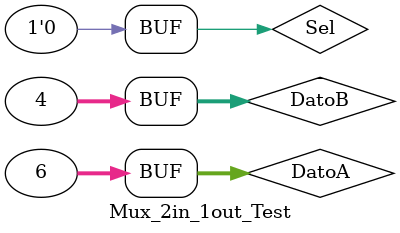
<source format=v>
`timescale 1ns / 1ps


module Mux_2in_1out_Test;

	// Inputs
	reg [31:0] DatoA;
	reg [31:0] DatoB;
	reg Sel;

	// Outputs
	wire [31:0] Salida;

	// Instantiate the Unit Under Test (UUT)
	Mux_2in_1out uut (
		.DatoA(DatoA), 
		.DatoB(DatoB), 
		.Sel(Sel), 
		.Salida(Salida)
	);

	initial begin
		// Initialize Inputs
		DatoA = 1;
		DatoB = 2;
		Sel = 0;

		// Wait 100 ns for global reset to finish
		#100;
        
		// Add stimulus here
		Sel = 1;
		
		#100;
		
		DatoB = 4;
		DatoA = 6;
		
		#100;
		
		Sel = 0;
		
		

	end
      
endmodule


</source>
